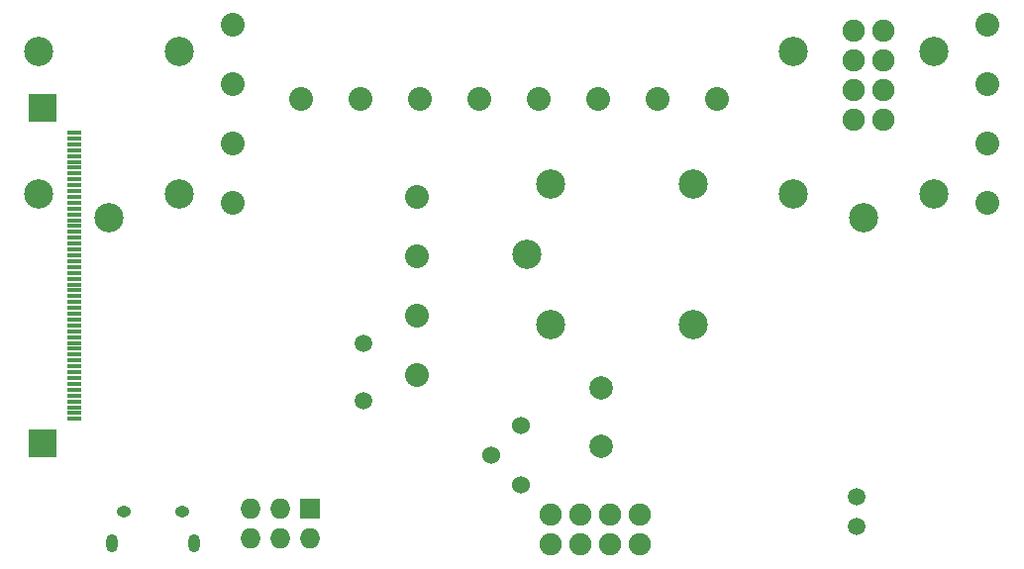
<source format=gbs>
G04 #@! TF.FileFunction,Soldermask,Bot*
%FSLAX46Y46*%
G04 Gerber Fmt 4.6, Leading zero omitted, Abs format (unit mm)*
G04 Created by KiCad (PCBNEW (2014-12-04 BZR 5312)-product) date 2/1/2015 4:03:18 PM*
%MOMM*%
G01*
G04 APERTURE LIST*
%ADD10C,0.100000*%
%ADD11C,1.905000*%
%ADD12C,1.501140*%
%ADD13C,2.000000*%
%ADD14C,1.500000*%
%ADD15C,2.500000*%
%ADD16R,1.200000X0.300000*%
%ADD17R,2.400000X2.400000*%
%ADD18C,2.032000*%
%ADD19O,1.250000X0.950000*%
%ADD20O,1.000000X1.550000*%
%ADD21R,1.727200X1.727200*%
%ADD22O,1.727200X1.727200*%
%ADD23C,1.524000*%
G04 APERTURE END LIST*
D10*
D11*
X120396000Y-66040000D03*
X117856000Y-66040000D03*
X115316000Y-66040000D03*
X112776000Y-66040000D03*
X120396000Y-68580000D03*
X117856000Y-68580000D03*
X115316000Y-68580000D03*
X112776000Y-68580000D03*
D12*
X96774000Y-51407060D03*
X96774000Y-56288940D03*
D13*
X117094000Y-60158000D03*
X117094000Y-55158000D03*
D11*
X141224000Y-24638000D03*
X138684000Y-24638000D03*
X141224000Y-27178000D03*
X138684000Y-27178000D03*
X141224000Y-29718000D03*
X138684000Y-29718000D03*
X141224000Y-32258000D03*
X138684000Y-32258000D03*
D14*
X138938000Y-67036000D03*
X138938000Y-64536000D03*
D15*
X112776000Y-49784000D03*
X112776000Y-37784000D03*
X124976000Y-37784000D03*
X124976000Y-49784000D03*
X110776000Y-43784000D03*
X81026000Y-38608000D03*
X69026000Y-38608000D03*
X69026000Y-26408000D03*
X81026000Y-26408000D03*
X75026000Y-40608000D03*
D16*
X72041001Y-57853425D03*
X72041001Y-57353425D03*
X72041001Y-56853425D03*
X72041001Y-56353425D03*
X72041001Y-55853425D03*
X72041001Y-55353425D03*
X72041001Y-54853425D03*
X72041001Y-54353425D03*
X72041001Y-53853425D03*
X72041001Y-53353425D03*
X72041001Y-52853425D03*
X72041001Y-52353425D03*
X72041001Y-51853425D03*
X72041001Y-51353425D03*
X72041001Y-50853425D03*
X72041001Y-50353425D03*
X72041001Y-49853425D03*
X72041001Y-49353425D03*
X72041001Y-48853425D03*
X72041001Y-48353425D03*
X72041001Y-47853425D03*
X72041001Y-47353425D03*
X72041001Y-46853425D03*
X72041001Y-46353425D03*
X72041001Y-45853425D03*
X72041001Y-45353425D03*
X72041001Y-44853425D03*
X72041001Y-44353425D03*
X72041001Y-43853425D03*
X72041001Y-43353425D03*
X72041001Y-42853425D03*
X72041001Y-42353425D03*
X72041001Y-41853425D03*
X72041001Y-41353425D03*
X72041001Y-40853425D03*
X72041001Y-40353425D03*
X72041001Y-39853425D03*
X72041001Y-39353425D03*
X72041001Y-38853425D03*
X72041001Y-38353425D03*
X72041001Y-37853425D03*
X72041001Y-37353425D03*
X72041001Y-36853425D03*
X72041001Y-36353425D03*
X72041001Y-35853425D03*
X72041001Y-35353425D03*
X72041001Y-34853425D03*
X72041001Y-34353425D03*
X72041001Y-33853425D03*
X72041001Y-33353425D03*
D17*
X69341001Y-59953425D03*
X69341001Y-31253425D03*
D15*
X145542000Y-38608000D03*
X133542000Y-38608000D03*
X133542000Y-26408000D03*
X145542000Y-26408000D03*
X139542000Y-40608000D03*
D18*
X101346000Y-43942000D03*
X101346000Y-49022000D03*
X101346000Y-54102000D03*
X101346000Y-38862000D03*
X85598000Y-29210000D03*
X85598000Y-34290000D03*
X85598000Y-39370000D03*
X85598000Y-24130000D03*
X150114000Y-29210000D03*
X150114000Y-34290000D03*
X150114000Y-39370000D03*
X150114000Y-24130000D03*
D19*
X76270000Y-65786000D03*
X81270000Y-65786000D03*
D20*
X75270000Y-68486000D03*
X82270000Y-68486000D03*
D18*
X106680000Y-30480000D03*
X111760000Y-30480000D03*
X101600000Y-30480000D03*
X116840000Y-30480000D03*
X96520000Y-30480000D03*
X91440000Y-30480000D03*
X121920000Y-30480000D03*
X127000000Y-30480000D03*
D21*
X92202000Y-65532000D03*
D22*
X92202000Y-68072000D03*
X89662000Y-65532000D03*
X89662000Y-68072000D03*
X87122000Y-65532000D03*
X87122000Y-68072000D03*
D23*
X107696000Y-60960000D03*
X110236000Y-58420000D03*
X110236000Y-63500000D03*
M02*

</source>
